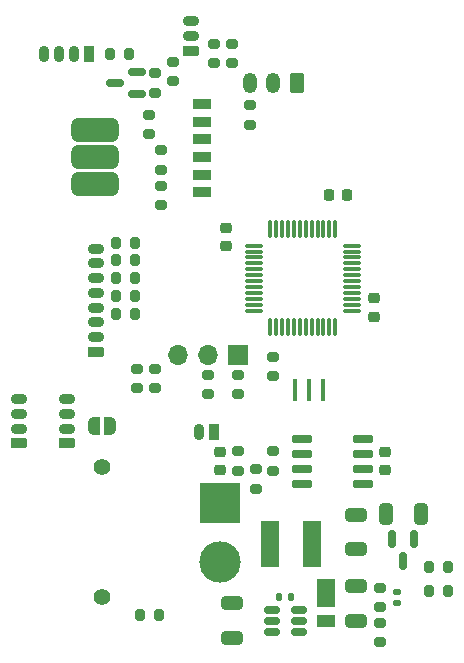
<source format=gbr>
%TF.GenerationSoftware,KiCad,Pcbnew,(6.0.8)*%
%TF.CreationDate,2023-04-16T02:33:25+09:00*%
%TF.ProjectId,ORION_sub_v2,4f52494f-4e5f-4737-9562-5f76322e6b69,rev?*%
%TF.SameCoordinates,Original*%
%TF.FileFunction,Soldermask,Bot*%
%TF.FilePolarity,Negative*%
%FSLAX46Y46*%
G04 Gerber Fmt 4.6, Leading zero omitted, Abs format (unit mm)*
G04 Created by KiCad (PCBNEW (6.0.8)) date 2023-04-16 02:33:25*
%MOMM*%
%LPD*%
G01*
G04 APERTURE LIST*
G04 Aperture macros list*
%AMRoundRect*
0 Rectangle with rounded corners*
0 $1 Rounding radius*
0 $2 $3 $4 $5 $6 $7 $8 $9 X,Y pos of 4 corners*
0 Add a 4 corners polygon primitive as box body*
4,1,4,$2,$3,$4,$5,$6,$7,$8,$9,$2,$3,0*
0 Add four circle primitives for the rounded corners*
1,1,$1+$1,$2,$3*
1,1,$1+$1,$4,$5*
1,1,$1+$1,$6,$7*
1,1,$1+$1,$8,$9*
0 Add four rect primitives between the rounded corners*
20,1,$1+$1,$2,$3,$4,$5,0*
20,1,$1+$1,$4,$5,$6,$7,0*
20,1,$1+$1,$6,$7,$8,$9,0*
20,1,$1+$1,$8,$9,$2,$3,0*%
%AMFreePoly0*
4,1,22,0.500000,-0.750000,0.000000,-0.750000,0.000000,-0.745033,-0.079941,-0.743568,-0.215256,-0.701293,-0.333266,-0.622738,-0.424486,-0.514219,-0.481581,-0.384460,-0.499164,-0.250000,-0.500000,-0.250000,-0.500000,0.250000,-0.499164,0.250000,-0.499963,0.256109,-0.478152,0.396186,-0.417904,0.524511,-0.324060,0.630769,-0.204165,0.706417,-0.067858,0.745374,0.000000,0.744959,0.000000,0.750000,
0.500000,0.750000,0.500000,-0.750000,0.500000,-0.750000,$1*%
%AMFreePoly1*
4,1,20,0.000000,0.744959,0.073905,0.744508,0.209726,0.703889,0.328688,0.626782,0.421226,0.519385,0.479903,0.390333,0.500000,0.250000,0.500000,-0.250000,0.499851,-0.262216,0.476331,-0.402017,0.414519,-0.529596,0.319384,-0.634700,0.198574,-0.708877,0.061801,-0.746166,0.000000,-0.745033,0.000000,-0.750000,-0.500000,-0.750000,-0.500000,0.750000,0.000000,0.750000,0.000000,0.744959,
0.000000,0.744959,$1*%
G04 Aperture macros list end*
%ADD10RoundRect,0.225000X0.475000X-0.225000X0.475000X0.225000X-0.475000X0.225000X-0.475000X-0.225000X0*%
%ADD11O,1.400000X0.900000*%
%ADD12RoundRect,0.225000X0.225000X0.475000X-0.225000X0.475000X-0.225000X-0.475000X0.225000X-0.475000X0*%
%ADD13O,0.900000X1.400000*%
%ADD14R,1.700000X1.700000*%
%ADD15O,1.700000X1.700000*%
%ADD16RoundRect,0.250000X0.350000X0.625000X-0.350000X0.625000X-0.350000X-0.625000X0.350000X-0.625000X0*%
%ADD17O,1.200000X1.750000*%
%ADD18C,1.400000*%
%ADD19R,3.500000X3.500000*%
%ADD20C,3.500000*%
%ADD21RoundRect,0.225000X-0.575000X0.225000X-0.575000X-0.225000X0.575000X-0.225000X0.575000X0.225000X0*%
%ADD22RoundRect,0.200000X0.275000X-0.200000X0.275000X0.200000X-0.275000X0.200000X-0.275000X-0.200000X0*%
%ADD23RoundRect,0.200000X-0.200000X-0.275000X0.200000X-0.275000X0.200000X0.275000X-0.200000X0.275000X0*%
%ADD24RoundRect,0.200000X-0.275000X0.200000X-0.275000X-0.200000X0.275000X-0.200000X0.275000X0.200000X0*%
%ADD25RoundRect,0.500000X1.500000X0.500000X-1.500000X0.500000X-1.500000X-0.500000X1.500000X-0.500000X0*%
%ADD26RoundRect,0.375000X0.375000X0.375000X-0.375000X0.375000X-0.375000X-0.375000X0.375000X-0.375000X0*%
%ADD27RoundRect,0.225000X-0.225000X-0.250000X0.225000X-0.250000X0.225000X0.250000X-0.225000X0.250000X0*%
%ADD28RoundRect,0.225000X-0.250000X0.225000X-0.250000X-0.225000X0.250000X-0.225000X0.250000X0.225000X0*%
%ADD29RoundRect,0.250000X0.650000X-0.325000X0.650000X0.325000X-0.650000X0.325000X-0.650000X-0.325000X0*%
%ADD30R,1.500000X4.000000*%
%ADD31RoundRect,0.200000X0.200000X0.275000X-0.200000X0.275000X-0.200000X-0.275000X0.200000X-0.275000X0*%
%ADD32RoundRect,0.150000X0.725000X0.150000X-0.725000X0.150000X-0.725000X-0.150000X0.725000X-0.150000X0*%
%ADD33RoundRect,0.250000X0.325000X0.650000X-0.325000X0.650000X-0.325000X-0.650000X0.325000X-0.650000X0*%
%ADD34RoundRect,0.075000X0.075000X-0.662500X0.075000X0.662500X-0.075000X0.662500X-0.075000X-0.662500X0*%
%ADD35RoundRect,0.075000X0.662500X-0.075000X0.662500X0.075000X-0.662500X0.075000X-0.662500X-0.075000X0*%
%ADD36RoundRect,0.225000X0.250000X-0.225000X0.250000X0.225000X-0.250000X0.225000X-0.250000X-0.225000X0*%
%ADD37RoundRect,0.140000X-0.140000X-0.170000X0.140000X-0.170000X0.140000X0.170000X-0.140000X0.170000X0*%
%ADD38R,0.400000X1.900000*%
%ADD39RoundRect,0.250000X-0.650000X0.325000X-0.650000X-0.325000X0.650000X-0.325000X0.650000X0.325000X0*%
%ADD40RoundRect,0.140000X-0.170000X0.140000X-0.170000X-0.140000X0.170000X-0.140000X0.170000X0.140000X0*%
%ADD41FreePoly0,180.000000*%
%ADD42FreePoly1,180.000000*%
%ADD43R,1.500000X2.400000*%
%ADD44R,1.500000X1.050000*%
%ADD45RoundRect,0.150000X0.587500X0.150000X-0.587500X0.150000X-0.587500X-0.150000X0.587500X-0.150000X0*%
%ADD46RoundRect,0.150000X-0.150000X0.587500X-0.150000X-0.587500X0.150000X-0.587500X0.150000X0.587500X0*%
%ADD47RoundRect,0.150000X0.512500X0.150000X-0.512500X0.150000X-0.512500X-0.150000X0.512500X-0.150000X0*%
G04 APERTURE END LIST*
D10*
%TO.C,J13*%
X102500000Y-84250000D03*
D11*
X102500000Y-83000000D03*
X102500000Y-81750000D03*
X102500000Y-80500000D03*
X102500000Y-79250000D03*
X102500000Y-78000000D03*
X102500000Y-76750000D03*
X102500000Y-75500000D03*
%TD*%
D12*
%TO.C,J1*%
X112500000Y-91000000D03*
D13*
X111250000Y-91000000D03*
%TD*%
D10*
%TO.C,J6*%
X100000000Y-92000000D03*
D11*
X100000000Y-90750000D03*
X100000000Y-89500000D03*
X100000000Y-88250000D03*
%TD*%
D12*
%TO.C,J3*%
X101875000Y-59000000D03*
D13*
X100625000Y-59000000D03*
X99375000Y-59000000D03*
X98125000Y-59000000D03*
%TD*%
D14*
%TO.C,J12*%
X114500000Y-84500000D03*
D15*
X111960000Y-84500000D03*
X109420000Y-84500000D03*
%TD*%
D10*
%TO.C,J7*%
X110500000Y-58750000D03*
D11*
X110500000Y-57500000D03*
X110500000Y-56250000D03*
%TD*%
D16*
%TO.C,J2*%
X119500000Y-61450000D03*
D17*
X117500000Y-61450000D03*
X115500000Y-61450000D03*
%TD*%
D18*
%TO.C,J4*%
X103000000Y-105000000D03*
X103000000Y-94000000D03*
D19*
X113000000Y-97000000D03*
D20*
X113000000Y-102000000D03*
%TD*%
D10*
%TO.C,J8*%
X96000000Y-92000000D03*
D11*
X96000000Y-90750000D03*
X96000000Y-89500000D03*
X96000000Y-88250000D03*
%TD*%
D21*
%TO.C,P1*%
X111500000Y-63250000D03*
X111500000Y-64750000D03*
X111500000Y-66250000D03*
X111500000Y-67750000D03*
X111500000Y-69250000D03*
X111500000Y-70750000D03*
%TD*%
D22*
%TO.C,R19*%
X112000000Y-87825000D03*
X112000000Y-86175000D03*
%TD*%
D23*
%TO.C,R13*%
X106175000Y-106500000D03*
X107825000Y-106500000D03*
%TD*%
D24*
%TO.C,R14*%
X115500000Y-63350000D03*
X115500000Y-65000000D03*
%TD*%
D22*
%TO.C,R2*%
X117500000Y-94325000D03*
X117500000Y-92675000D03*
%TD*%
D25*
%TO.C,J10*%
X102400000Y-65500000D03*
D26*
X103600000Y-65500000D03*
X101200000Y-65500000D03*
%TD*%
D24*
%TO.C,R5*%
X107500000Y-85675000D03*
X107500000Y-87325000D03*
%TD*%
%TO.C,R18*%
X108000000Y-70175000D03*
X108000000Y-71825000D03*
%TD*%
D27*
%TO.C,C2*%
X122225000Y-71000000D03*
X123775000Y-71000000D03*
%TD*%
D24*
%TO.C,R1*%
X117500000Y-84675000D03*
X117500000Y-86325000D03*
%TD*%
D28*
%TO.C,C11*%
X113000000Y-92725000D03*
X113000000Y-94275000D03*
%TD*%
D22*
%TO.C,R16*%
X126500000Y-105850000D03*
X126500000Y-104200000D03*
%TD*%
D29*
%TO.C,C7*%
X124500000Y-100975000D03*
X124500000Y-98025000D03*
%TD*%
D24*
%TO.C,R3*%
X112500000Y-58175000D03*
X112500000Y-59825000D03*
%TD*%
D30*
%TO.C,L1*%
X117200000Y-100500000D03*
X120800000Y-100500000D03*
%TD*%
D31*
%TO.C,R17*%
X132325000Y-104500000D03*
X130675000Y-104500000D03*
%TD*%
D22*
%TO.C,R9*%
X116000000Y-95825000D03*
X116000000Y-94175000D03*
%TD*%
D32*
%TO.C,U2*%
X125075000Y-91595000D03*
X125075000Y-92865000D03*
X125075000Y-94135000D03*
X125075000Y-95405000D03*
X119925000Y-95405000D03*
X119925000Y-94135000D03*
X119925000Y-92865000D03*
X119925000Y-91595000D03*
%TD*%
D33*
%TO.C,C8*%
X129975000Y-98000000D03*
X127025000Y-98000000D03*
%TD*%
D28*
%TO.C,C1*%
X127000000Y-92725000D03*
X127000000Y-94275000D03*
%TD*%
D34*
%TO.C,U1*%
X122750000Y-82162500D03*
X122250000Y-82162500D03*
X121750000Y-82162500D03*
X121250000Y-82162500D03*
X120750000Y-82162500D03*
X120250000Y-82162500D03*
X119750000Y-82162500D03*
X119250000Y-82162500D03*
X118750000Y-82162500D03*
X118250000Y-82162500D03*
X117750000Y-82162500D03*
X117250000Y-82162500D03*
D35*
X115837500Y-80750000D03*
X115837500Y-80250000D03*
X115837500Y-79750000D03*
X115837500Y-79250000D03*
X115837500Y-78750000D03*
X115837500Y-78250000D03*
X115837500Y-77750000D03*
X115837500Y-77250000D03*
X115837500Y-76750000D03*
X115837500Y-76250000D03*
X115837500Y-75750000D03*
X115837500Y-75250000D03*
D34*
X117250000Y-73837500D03*
X117750000Y-73837500D03*
X118250000Y-73837500D03*
X118750000Y-73837500D03*
X119250000Y-73837500D03*
X119750000Y-73837500D03*
X120250000Y-73837500D03*
X120750000Y-73837500D03*
X121250000Y-73837500D03*
X121750000Y-73837500D03*
X122250000Y-73837500D03*
X122750000Y-73837500D03*
D35*
X124162500Y-75250000D03*
X124162500Y-75750000D03*
X124162500Y-76250000D03*
X124162500Y-76750000D03*
X124162500Y-77250000D03*
X124162500Y-77750000D03*
X124162500Y-78250000D03*
X124162500Y-78750000D03*
X124162500Y-79250000D03*
X124162500Y-79750000D03*
X124162500Y-80250000D03*
X124162500Y-80750000D03*
%TD*%
D36*
%TO.C,C5*%
X113500000Y-75275000D03*
X113500000Y-73725000D03*
%TD*%
D23*
%TO.C,R26*%
X104175000Y-76500000D03*
X105825000Y-76500000D03*
%TD*%
D37*
%TO.C,C3*%
X118020000Y-105025000D03*
X118980000Y-105025000D03*
%TD*%
D23*
%TO.C,R24*%
X104175000Y-79500000D03*
X105825000Y-79500000D03*
%TD*%
D24*
%TO.C,R7*%
X106000000Y-85675000D03*
X106000000Y-87325000D03*
%TD*%
D38*
%TO.C,X1*%
X119300000Y-87500000D03*
X120500000Y-87500000D03*
X121700000Y-87500000D03*
%TD*%
D22*
%TO.C,R12*%
X109000000Y-61325000D03*
X109000000Y-59675000D03*
%TD*%
D24*
%TO.C,R6*%
X114500000Y-86175000D03*
X114500000Y-87825000D03*
%TD*%
D23*
%TO.C,R23*%
X104175000Y-81000000D03*
X105825000Y-81000000D03*
%TD*%
D22*
%TO.C,R11*%
X107500000Y-62325000D03*
X107500000Y-60675000D03*
%TD*%
D24*
%TO.C,R20*%
X108000000Y-67175000D03*
X108000000Y-68825000D03*
%TD*%
D39*
%TO.C,C12*%
X114000000Y-105525000D03*
X114000000Y-108475000D03*
%TD*%
D24*
%TO.C,R4*%
X114000000Y-58175000D03*
X114000000Y-59825000D03*
%TD*%
D23*
%TO.C,R27*%
X104175000Y-75000000D03*
X105825000Y-75000000D03*
%TD*%
D40*
%TO.C,C4*%
X128000000Y-104545000D03*
X128000000Y-105505000D03*
%TD*%
D22*
%TO.C,R10*%
X114500000Y-94325000D03*
X114500000Y-92675000D03*
%TD*%
D25*
%TO.C,J9*%
X102400000Y-70000000D03*
D26*
X101200000Y-70000000D03*
X103600000Y-70000000D03*
%TD*%
D23*
%TO.C,R21*%
X103675000Y-59000000D03*
X105325000Y-59000000D03*
%TD*%
%TO.C,R25*%
X104175000Y-78000000D03*
X105825000Y-78000000D03*
%TD*%
D41*
%TO.C,JP1*%
X103650000Y-90500000D03*
D42*
X102350000Y-90500000D03*
%TD*%
D26*
%TO.C,J5*%
X103600000Y-67750000D03*
X101200000Y-67750000D03*
D25*
X102400000Y-67750000D03*
%TD*%
D43*
%TO.C,D9*%
X122000000Y-104675000D03*
D44*
X122000000Y-107050000D03*
%TD*%
D39*
%TO.C,C13*%
X124500000Y-104050000D03*
X124500000Y-107000000D03*
%TD*%
D45*
%TO.C,Q1*%
X105937500Y-60550000D03*
X105937500Y-62450000D03*
X104062500Y-61500000D03*
%TD*%
D46*
%TO.C,U3*%
X127550000Y-100062500D03*
X129450000Y-100062500D03*
X128500000Y-101937500D03*
%TD*%
D22*
%TO.C,R22*%
X107000000Y-65825000D03*
X107000000Y-64175000D03*
%TD*%
D28*
%TO.C,C6*%
X126000000Y-79725000D03*
X126000000Y-81275000D03*
%TD*%
D24*
%TO.C,R15*%
X126500000Y-107200000D03*
X126500000Y-108850000D03*
%TD*%
D31*
%TO.C,R8*%
X132325000Y-102500000D03*
X130675000Y-102500000D03*
%TD*%
D47*
%TO.C,U4*%
X119637500Y-106075000D03*
X119637500Y-107025000D03*
X119637500Y-107975000D03*
X117362500Y-107975000D03*
X117362500Y-107025000D03*
X117362500Y-106075000D03*
%TD*%
M02*

</source>
